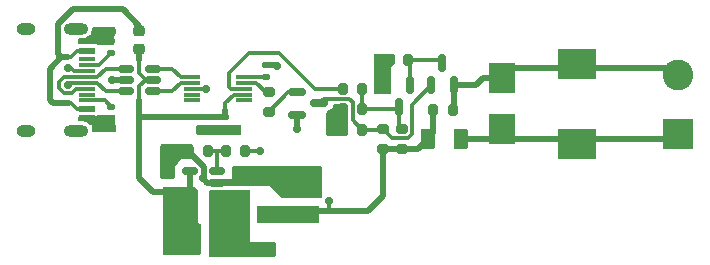
<source format=gbr>
%TF.GenerationSoftware,KiCad,Pcbnew,6.0.4-6f826c9f35~116~ubuntu21.10.1*%
%TF.CreationDate,2022-04-19T16:41:44+02:00*%
%TF.ProjectId,mbus,6d627573-2e6b-4696-9361-645f70636258,rev?*%
%TF.SameCoordinates,Original*%
%TF.FileFunction,Copper,L1,Top*%
%TF.FilePolarity,Positive*%
%FSLAX46Y46*%
G04 Gerber Fmt 4.6, Leading zero omitted, Abs format (unit mm)*
G04 Created by KiCad (PCBNEW 6.0.4-6f826c9f35~116~ubuntu21.10.1) date 2022-04-19 16:41:44*
%MOMM*%
%LPD*%
G01*
G04 APERTURE LIST*
G04 Aperture macros list*
%AMRoundRect*
0 Rectangle with rounded corners*
0 $1 Rounding radius*
0 $2 $3 $4 $5 $6 $7 $8 $9 X,Y pos of 4 corners*
0 Add a 4 corners polygon primitive as box body*
4,1,4,$2,$3,$4,$5,$6,$7,$8,$9,$2,$3,0*
0 Add four circle primitives for the rounded corners*
1,1,$1+$1,$2,$3*
1,1,$1+$1,$4,$5*
1,1,$1+$1,$6,$7*
1,1,$1+$1,$8,$9*
0 Add four rect primitives between the rounded corners*
20,1,$1+$1,$2,$3,$4,$5,0*
20,1,$1+$1,$4,$5,$6,$7,0*
20,1,$1+$1,$6,$7,$8,$9,0*
20,1,$1+$1,$8,$9,$2,$3,0*%
G04 Aperture macros list end*
%TA.AperFunction,SMDPad,CuDef*%
%ADD10R,1.450000X0.600000*%
%TD*%
%TA.AperFunction,SMDPad,CuDef*%
%ADD11R,1.450000X0.300000*%
%TD*%
%TA.AperFunction,ComponentPad*%
%ADD12O,2.100000X1.000000*%
%TD*%
%TA.AperFunction,ComponentPad*%
%ADD13O,1.600000X1.000000*%
%TD*%
%TA.AperFunction,SMDPad,CuDef*%
%ADD14RoundRect,0.150000X0.150000X-0.587500X0.150000X0.587500X-0.150000X0.587500X-0.150000X-0.587500X0*%
%TD*%
%TA.AperFunction,SMDPad,CuDef*%
%ADD15RoundRect,0.150000X0.512500X0.150000X-0.512500X0.150000X-0.512500X-0.150000X0.512500X-0.150000X0*%
%TD*%
%TA.AperFunction,SMDPad,CuDef*%
%ADD16RoundRect,0.140000X0.170000X-0.140000X0.170000X0.140000X-0.170000X0.140000X-0.170000X-0.140000X0*%
%TD*%
%TA.AperFunction,SMDPad,CuDef*%
%ADD17RoundRect,0.150000X-0.512500X-0.150000X0.512500X-0.150000X0.512500X0.150000X-0.512500X0.150000X0*%
%TD*%
%TA.AperFunction,SMDPad,CuDef*%
%ADD18RoundRect,0.200000X0.200000X0.275000X-0.200000X0.275000X-0.200000X-0.275000X0.200000X-0.275000X0*%
%TD*%
%TA.AperFunction,SMDPad,CuDef*%
%ADD19RoundRect,0.135000X0.185000X-0.135000X0.185000X0.135000X-0.185000X0.135000X-0.185000X-0.135000X0*%
%TD*%
%TA.AperFunction,SMDPad,CuDef*%
%ADD20R,1.900000X2.500000*%
%TD*%
%TA.AperFunction,SMDPad,CuDef*%
%ADD21RoundRect,0.250000X-0.375000X-0.625000X0.375000X-0.625000X0.375000X0.625000X-0.375000X0.625000X0*%
%TD*%
%TA.AperFunction,SMDPad,CuDef*%
%ADD22RoundRect,0.140000X-0.170000X0.140000X-0.170000X-0.140000X0.170000X-0.140000X0.170000X0.140000X0*%
%TD*%
%TA.AperFunction,SMDPad,CuDef*%
%ADD23RoundRect,0.218750X-0.256250X0.218750X-0.256250X-0.218750X0.256250X-0.218750X0.256250X0.218750X0*%
%TD*%
%TA.AperFunction,SMDPad,CuDef*%
%ADD24RoundRect,0.225000X0.250000X-0.225000X0.250000X0.225000X-0.250000X0.225000X-0.250000X-0.225000X0*%
%TD*%
%TA.AperFunction,SMDPad,CuDef*%
%ADD25R,1.100000X1.100000*%
%TD*%
%TA.AperFunction,SMDPad,CuDef*%
%ADD26RoundRect,0.200000X-0.275000X0.200000X-0.275000X-0.200000X0.275000X-0.200000X0.275000X0.200000X0*%
%TD*%
%TA.AperFunction,SMDPad,CuDef*%
%ADD27R,2.300000X2.500000*%
%TD*%
%TA.AperFunction,SMDPad,CuDef*%
%ADD28RoundRect,0.200000X-0.200000X-0.275000X0.200000X-0.275000X0.200000X0.275000X-0.200000X0.275000X0*%
%TD*%
%TA.AperFunction,ComponentPad*%
%ADD29R,2.600000X2.600000*%
%TD*%
%TA.AperFunction,ComponentPad*%
%ADD30C,2.600000*%
%TD*%
%TA.AperFunction,SMDPad,CuDef*%
%ADD31RoundRect,0.150000X-0.587500X-0.150000X0.587500X-0.150000X0.587500X0.150000X-0.587500X0.150000X0*%
%TD*%
%TA.AperFunction,SMDPad,CuDef*%
%ADD32RoundRect,0.200000X0.275000X-0.200000X0.275000X0.200000X-0.275000X0.200000X-0.275000X-0.200000X0*%
%TD*%
%TA.AperFunction,SMDPad,CuDef*%
%ADD33R,1.400000X0.300000*%
%TD*%
%TA.AperFunction,SMDPad,CuDef*%
%ADD34R,3.300000X2.500000*%
%TD*%
%TA.AperFunction,SMDPad,CuDef*%
%ADD35RoundRect,0.150000X-0.150000X0.587500X-0.150000X-0.587500X0.150000X-0.587500X0.150000X0.587500X0*%
%TD*%
%TA.AperFunction,SMDPad,CuDef*%
%ADD36RoundRect,0.135000X-0.185000X0.135000X-0.185000X-0.135000X0.185000X-0.135000X0.185000X0.135000X0*%
%TD*%
%TA.AperFunction,ViaPad*%
%ADD37C,0.700000*%
%TD*%
%TA.AperFunction,Conductor*%
%ADD38C,0.300000*%
%TD*%
%TA.AperFunction,Conductor*%
%ADD39C,0.500000*%
%TD*%
G04 APERTURE END LIST*
D10*
%TO.P,J1,A1,GND*%
%TO.N,GND*%
X50545000Y-73250000D03*
%TO.P,J1,A4,VBUS*%
%TO.N,/USB_FUSE*%
X50545000Y-74050000D03*
D11*
%TO.P,J1,A5,CC1*%
%TO.N,/USB_CC1*%
X50545000Y-75250000D03*
%TO.P,J1,A6,D+*%
%TO.N,/USB_CONN_D+*%
X50545000Y-76250000D03*
%TO.P,J1,A7,D-*%
%TO.N,/USB_CONN_D-*%
X50545000Y-76750000D03*
%TO.P,J1,A8,SBU1*%
%TO.N,unconnected-(J1-PadA8)*%
X50545000Y-77750000D03*
D10*
%TO.P,J1,A9,VBUS*%
%TO.N,/USB_FUSE*%
X50545000Y-78950000D03*
%TO.P,J1,A12,GND*%
%TO.N,GND*%
X50545000Y-79750000D03*
%TO.P,J1,B1,GND*%
X50545000Y-79750000D03*
%TO.P,J1,B4,VBUS*%
%TO.N,/USB_FUSE*%
X50545000Y-78950000D03*
D11*
%TO.P,J1,B5,CC2*%
%TO.N,/USB_CC2*%
X50545000Y-78250000D03*
%TO.P,J1,B6,D+*%
%TO.N,/USB_CONN_D+*%
X50545000Y-77250000D03*
%TO.P,J1,B7,D-*%
%TO.N,/USB_CONN_D-*%
X50545000Y-75750000D03*
%TO.P,J1,B8,SBU2*%
%TO.N,unconnected-(J1-PadB8)*%
X50545000Y-74750000D03*
D10*
%TO.P,J1,B9,VBUS*%
%TO.N,/USB_FUSE*%
X50545000Y-74050000D03*
%TO.P,J1,B12,GND*%
%TO.N,GND*%
X50545000Y-73250000D03*
D12*
%TO.P,J1,S1,SHIELD*%
%TO.N,unconnected-(J1-PadS1)*%
X49630000Y-72180000D03*
D13*
X45450000Y-72180000D03*
X45450000Y-80820000D03*
D12*
X49630000Y-80820000D03*
%TD*%
D14*
%TO.P,Q3,1,B*%
%TO.N,Net-(Q1-Pad3)*%
X79725000Y-76975000D03*
%TO.P,Q3,2,E*%
%TO.N,/-*%
X81625000Y-76975000D03*
%TO.P,Q3,3,C*%
%TO.N,Net-(Q2-Pad1)*%
X80675000Y-75100000D03*
%TD*%
D15*
%TO.P,U1,1,SW*%
%TO.N,/BOOST_OUT*%
X61562500Y-86150000D03*
%TO.P,U1,2,GND*%
%TO.N,GND*%
X61562500Y-85200000D03*
%TO.P,U1,3,FB*%
%TO.N,/BOOST_FB*%
X61562500Y-84250000D03*
%TO.P,U1,4,~{SHDN}*%
%TO.N,VBUS*%
X59287500Y-84250000D03*
%TO.P,U1,5,IN*%
X59287500Y-86150000D03*
%TD*%
D16*
%TO.P,C6,1*%
%TO.N,/CH340_V3*%
X65700000Y-76230000D03*
%TO.P,C6,2*%
%TO.N,GND*%
X65700000Y-75270000D03*
%TD*%
D17*
%TO.P,U2,1,I/O1*%
%TO.N,/USB_CONN_D+*%
X53862500Y-75550000D03*
%TO.P,U2,2,GND*%
%TO.N,GND*%
X53862500Y-76500000D03*
%TO.P,U2,3,I/O2*%
%TO.N,/USB_CONN_D-*%
X53862500Y-77450000D03*
%TO.P,U2,4,I/O2*%
%TO.N,/USB_D-*%
X56137500Y-77450000D03*
%TO.P,U2,5,VBUS*%
%TO.N,VBUS*%
X56137500Y-76500000D03*
%TO.P,U2,6,I/O1*%
%TO.N,/USB_D+*%
X56137500Y-75550000D03*
%TD*%
D18*
%TO.P,R12,1*%
%TO.N,Net-(Q2-Pad1)*%
X77800000Y-74850000D03*
%TO.P,R12,2*%
%TO.N,GND*%
X76150000Y-74850000D03*
%TD*%
%TO.P,R8,1*%
%TO.N,Net-(Q1-Pad3)*%
X73900000Y-80750000D03*
%TO.P,R8,2*%
%TO.N,GND*%
X72250000Y-80750000D03*
%TD*%
D19*
%TO.P,R1,1*%
%TO.N,GND*%
X52600000Y-79785000D03*
%TO.P,R1,2*%
%TO.N,/USB_CC2*%
X52600000Y-78765000D03*
%TD*%
D20*
%TO.P,L1,1,1*%
%TO.N,VBUS*%
X59325000Y-90025000D03*
%TO.P,L1,2,2*%
%TO.N,/BOOST_OUT*%
X63425000Y-90025000D03*
%TD*%
D18*
%TO.P,R10,1*%
%TO.N,Net-(Q2-Pad3)*%
X73900000Y-79000000D03*
%TO.P,R10,2*%
%TO.N,GND*%
X72250000Y-79000000D03*
%TD*%
D21*
%TO.P,F2,1*%
%TO.N,+34V*%
X79425000Y-81500000D03*
%TO.P,F2,2*%
%TO.N,/+*%
X82225000Y-81500000D03*
%TD*%
D22*
%TO.P,C4,1*%
%TO.N,VBUS*%
X61150000Y-79670000D03*
%TO.P,C4,2*%
%TO.N,GND*%
X61150000Y-80630000D03*
%TD*%
D23*
%TO.P,F1,1*%
%TO.N,/USB_FUSE*%
X54975000Y-72362500D03*
%TO.P,F1,2*%
%TO.N,VBUS*%
X54975000Y-73937500D03*
%TD*%
D24*
%TO.P,C2,1*%
%TO.N,+34V*%
X68075000Y-87650000D03*
%TO.P,C2,2*%
%TO.N,GND*%
X68075000Y-86100000D03*
%TD*%
D25*
%TO.P,D1,1,K*%
%TO.N,+34V*%
X66000000Y-87950000D03*
%TO.P,D1,2,A*%
%TO.N,/BOOST_OUT*%
X66000000Y-90750000D03*
%TD*%
D26*
%TO.P,R6,1*%
%TO.N,/UART_RX*%
X65950000Y-77575000D03*
%TO.P,R6,2*%
%TO.N,Net-(Q1-Pad1)*%
X65950000Y-79225000D03*
%TD*%
D27*
%TO.P,D2,1,A1*%
%TO.N,/-*%
X85750000Y-76375000D03*
%TO.P,D2,2,A2*%
%TO.N,/+*%
X85750000Y-80675000D03*
%TD*%
D18*
%TO.P,R4,1*%
%TO.N,/BOOST_FB*%
X60800000Y-82550000D03*
%TO.P,R4,2*%
%TO.N,GND*%
X59150000Y-82550000D03*
%TD*%
D24*
%TO.P,C3,1*%
%TO.N,+34V*%
X69750000Y-87650000D03*
%TO.P,C3,2*%
%TO.N,GND*%
X69750000Y-86100000D03*
%TD*%
D28*
%TO.P,R11,1*%
%TO.N,+34V*%
X79900000Y-79050000D03*
%TO.P,R11,2*%
%TO.N,/-*%
X81550000Y-79050000D03*
%TD*%
D29*
%TO.P,J2,1,Pin_1*%
%TO.N,/+*%
X100650000Y-81075000D03*
D30*
%TO.P,J2,2,Pin_2*%
%TO.N,/-*%
X100650000Y-76075000D03*
%TD*%
D31*
%TO.P,Q1,1,B*%
%TO.N,Net-(Q1-Pad1)*%
X68387500Y-77550000D03*
%TO.P,Q1,2,E*%
%TO.N,GND*%
X68387500Y-79450000D03*
%TO.P,Q1,3,C*%
%TO.N,Net-(Q1-Pad3)*%
X70262500Y-78500000D03*
%TD*%
D32*
%TO.P,R7,1*%
%TO.N,+34V*%
X75675000Y-82325000D03*
%TO.P,R7,2*%
%TO.N,Net-(Q1-Pad3)*%
X75675000Y-80675000D03*
%TD*%
D22*
%TO.P,C5,1*%
%TO.N,VBUS*%
X62300000Y-79670000D03*
%TO.P,C5,2*%
%TO.N,GND*%
X62300000Y-80630000D03*
%TD*%
D33*
%TO.P,U3,1,UD+*%
%TO.N,/USB_D+*%
X59450000Y-76250000D03*
%TO.P,U3,2,UD-*%
%TO.N,/USB_D-*%
X59450000Y-76750000D03*
%TO.P,U3,3,GND*%
%TO.N,GND*%
X59450000Y-77250000D03*
%TO.P,U3,4,~{RTS}*%
%TO.N,unconnected-(U3-Pad4)*%
X59450000Y-77750000D03*
%TO.P,U3,5,~{CTS}*%
%TO.N,unconnected-(U3-Pad5)*%
X59450000Y-78250000D03*
%TO.P,U3,6,TNOW*%
%TO.N,unconnected-(U3-Pad6)*%
X63850000Y-78250000D03*
%TO.P,U3,7,VCC*%
%TO.N,VBUS*%
X63850000Y-77750000D03*
%TO.P,U3,8,TXD*%
%TO.N,/UART_TX*%
X63850000Y-77250000D03*
%TO.P,U3,9,RXD*%
%TO.N,/UART_RX*%
X63850000Y-76750000D03*
%TO.P,U3,10,V3*%
%TO.N,/CH340_V3*%
X63850000Y-76250000D03*
%TD*%
D34*
%TO.P,D3,1,K*%
%TO.N,/+*%
X92100000Y-81950000D03*
%TO.P,D3,2,A*%
%TO.N,/-*%
X92100000Y-75150000D03*
%TD*%
D18*
%TO.P,R3,1*%
%TO.N,+34V*%
X64000000Y-82550000D03*
%TO.P,R3,2*%
%TO.N,/BOOST_FB*%
X62350000Y-82550000D03*
%TD*%
D32*
%TO.P,R9,1*%
%TO.N,+34V*%
X77275000Y-82325000D03*
%TO.P,R9,2*%
%TO.N,Net-(Q2-Pad3)*%
X77275000Y-80675000D03*
%TD*%
D28*
%TO.P,R5,1*%
%TO.N,/UART_TX*%
X72250000Y-77250000D03*
%TO.P,R5,2*%
%TO.N,Net-(Q2-Pad3)*%
X73900000Y-77250000D03*
%TD*%
D35*
%TO.P,Q2,1,B*%
%TO.N,Net-(Q2-Pad1)*%
X77925000Y-76937500D03*
%TO.P,Q2,2,E*%
%TO.N,GND*%
X76025000Y-76937500D03*
%TO.P,Q2,3,C*%
%TO.N,Net-(Q2-Pad3)*%
X76975000Y-78812500D03*
%TD*%
D36*
%TO.P,R2,1*%
%TO.N,GND*%
X52575000Y-73240000D03*
%TO.P,R2,2*%
%TO.N,/USB_CC1*%
X52575000Y-74260000D03*
%TD*%
D24*
%TO.P,C1,1*%
%TO.N,VBUS*%
X57475000Y-85975000D03*
%TO.P,C1,2*%
%TO.N,GND*%
X57475000Y-84425000D03*
%TD*%
D37*
%TO.N,GND*%
X69250000Y-84900000D03*
X68400000Y-84900000D03*
X67600000Y-84900000D03*
X70050000Y-84900000D03*
X60400000Y-84850000D03*
X57450000Y-83250000D03*
X58050000Y-82550000D03*
%TO.N,+34V*%
X71100000Y-86750000D03*
X65200000Y-82550000D03*
%TO.N,GND*%
X66700000Y-75300000D03*
X75200000Y-76750000D03*
X75200000Y-74850000D03*
X60250000Y-80700000D03*
X63200000Y-80700000D03*
X60700000Y-77250000D03*
X52600000Y-80600000D03*
X51600000Y-80600000D03*
X52550000Y-72400000D03*
X51550000Y-72400000D03*
X71225000Y-79475000D03*
X71225000Y-80750000D03*
X68400000Y-80650000D03*
X52700000Y-76500000D03*
%TO.N,/USB_CONN_D-*%
X48950000Y-75500000D03*
X48949992Y-76949992D03*
%TD*%
D38*
%TO.N,/USB_CONN_D-*%
X48949992Y-76949992D02*
X49149984Y-76750000D01*
X49149984Y-76750000D02*
X50545000Y-76750000D01*
%TO.N,/USB_CONN_D+*%
X50545000Y-76250000D02*
X48660741Y-76250000D01*
X48660741Y-76250000D02*
X48250481Y-76660260D01*
X48250481Y-76660260D02*
X48250481Y-77239740D01*
X48250481Y-77239740D02*
X48660244Y-77649503D01*
X48660244Y-77649503D02*
X49270986Y-77649503D01*
X49270986Y-77649503D02*
X49670489Y-77250000D01*
X49670489Y-77250000D02*
X50545000Y-77250000D01*
D39*
%TO.N,GND*%
X68387500Y-79450000D02*
X68387500Y-80637500D01*
X68387500Y-80637500D02*
X68400000Y-80650000D01*
X60750000Y-85200000D02*
X61562500Y-85200000D01*
X60450480Y-83850480D02*
X59150000Y-82550000D01*
X60400000Y-84850000D02*
X60750000Y-85200000D01*
X60400000Y-84850000D02*
X60450480Y-84799520D01*
X60450480Y-84799520D02*
X60450480Y-83850480D01*
%TO.N,+34V*%
X71100000Y-87650000D02*
X74375000Y-87650000D01*
X69750000Y-87650000D02*
X71100000Y-87650000D01*
D38*
X71100000Y-86750000D02*
X71100000Y-87650000D01*
X64000000Y-82550000D02*
X65200000Y-82550000D01*
%TO.N,/BOOST_FB*%
X60800000Y-82550000D02*
X61600000Y-82550000D01*
X61600000Y-82550000D02*
X62350000Y-82550000D01*
X61562500Y-84250000D02*
X61562500Y-82587500D01*
X61562500Y-82587500D02*
X61600000Y-82550000D01*
D39*
%TO.N,GND*%
X66670000Y-75270000D02*
X66700000Y-75300000D01*
X65700000Y-75270000D02*
X66670000Y-75270000D01*
D38*
X59450000Y-77250000D02*
X60700000Y-77250000D01*
%TO.N,Net-(Q1-Pad3)*%
X70262500Y-78500000D02*
X70662500Y-78100000D01*
X70662500Y-78100000D02*
X72800000Y-78100000D01*
X73100000Y-79950000D02*
X73900000Y-80750000D01*
X72800000Y-78100000D02*
X73100000Y-78400000D01*
X73100000Y-78400000D02*
X73100000Y-79950000D01*
D39*
%TO.N,+34V*%
X74375000Y-87650000D02*
X75675000Y-86350000D01*
X75675000Y-86350000D02*
X75675000Y-82325000D01*
%TO.N,GND*%
X53862500Y-76500000D02*
X52900000Y-76500000D01*
X52900000Y-76500000D02*
X52700000Y-76500000D01*
D38*
%TO.N,/CH340_V3*%
X63850000Y-76250000D02*
X65680000Y-76250000D01*
X65680000Y-76250000D02*
X65700000Y-76230000D01*
D39*
%TO.N,+34V*%
X79900000Y-81025000D02*
X79425000Y-81500000D01*
X77275000Y-82325000D02*
X78600000Y-82325000D01*
X78600000Y-82325000D02*
X79425000Y-81500000D01*
X79900000Y-79050000D02*
X79900000Y-81025000D01*
X77275000Y-82325000D02*
X75675000Y-82325000D01*
D38*
%TO.N,/USB_D+*%
X57800000Y-75550000D02*
X58500000Y-76250000D01*
X58500000Y-76250000D02*
X59450000Y-76250000D01*
X56137500Y-75550000D02*
X57800000Y-75550000D01*
%TO.N,/USB_D-*%
X56137500Y-77450000D02*
X57800000Y-77450000D01*
X58500000Y-76750000D02*
X59450000Y-76750000D01*
X57800000Y-77450000D02*
X58500000Y-76750000D01*
D39*
%TO.N,/-*%
X100050000Y-75475000D02*
X100650000Y-76075000D01*
X84125000Y-76375000D02*
X83525000Y-76975000D01*
X92100000Y-75150000D02*
X92425000Y-75475000D01*
X85750000Y-76375000D02*
X86650000Y-75475000D01*
X91775000Y-75475000D02*
X92100000Y-75150000D01*
X85750000Y-76375000D02*
X84125000Y-76375000D01*
X81625000Y-78975000D02*
X81550000Y-79050000D01*
X92425000Y-75475000D02*
X100050000Y-75475000D01*
X81625000Y-76975000D02*
X81625000Y-78975000D01*
X83525000Y-76975000D02*
X81625000Y-76975000D01*
X86650000Y-75475000D02*
X91775000Y-75475000D01*
%TO.N,/+*%
X85750000Y-80675000D02*
X86575000Y-81500000D01*
X84925000Y-81500000D02*
X85750000Y-80675000D01*
X82225000Y-81500000D02*
X84925000Y-81500000D01*
X92550000Y-81500000D02*
X100225000Y-81500000D01*
X91650000Y-81500000D02*
X92100000Y-81950000D01*
X92100000Y-81950000D02*
X92550000Y-81500000D01*
X100225000Y-81500000D02*
X100650000Y-81075000D01*
X86575000Y-81500000D02*
X91650000Y-81500000D01*
D38*
%TO.N,VBUS*%
X55025000Y-77050000D02*
X55025000Y-78225000D01*
D39*
X61150000Y-79670000D02*
X62300000Y-79670000D01*
D38*
X56137500Y-76500000D02*
X55575000Y-76500000D01*
X55550000Y-76500000D02*
X56137500Y-76500000D01*
D39*
X54975000Y-73937500D02*
X54975000Y-74850000D01*
D38*
X54975000Y-75925000D02*
X55550000Y-76500000D01*
X62300000Y-79050000D02*
X62300000Y-78450000D01*
D39*
X57475000Y-85975000D02*
X56200000Y-85975000D01*
X56200000Y-85975000D02*
X55025000Y-84800000D01*
X55130000Y-79670000D02*
X55025000Y-79775000D01*
D38*
X63000000Y-77750000D02*
X63850000Y-77750000D01*
X54975000Y-74850000D02*
X54975000Y-75925000D01*
D39*
X59112500Y-85975000D02*
X59287500Y-86150000D01*
X62300000Y-79670000D02*
X62300000Y-79050000D01*
X55025000Y-84800000D02*
X55025000Y-79775000D01*
D38*
X55575000Y-76500000D02*
X55025000Y-77050000D01*
X62300000Y-78450000D02*
X63000000Y-77750000D01*
D39*
X59287500Y-86150000D02*
X59287500Y-84250000D01*
X57475000Y-85975000D02*
X59112500Y-85975000D01*
X55025000Y-79775000D02*
X55025000Y-78225000D01*
X61150000Y-79670000D02*
X55130000Y-79670000D01*
D38*
%TO.N,/USB_FUSE*%
X49755339Y-78950000D02*
X49255339Y-78450000D01*
D39*
X54975000Y-71925000D02*
X54975000Y-72362500D01*
D38*
X50545000Y-74050000D02*
X49755339Y-74050000D01*
D39*
X48400000Y-74600000D02*
X47450000Y-75550000D01*
X53600000Y-70550000D02*
X54975000Y-71925000D01*
X49367176Y-70550000D02*
X53600000Y-70550000D01*
D38*
X50545000Y-78950000D02*
X49755339Y-78950000D01*
X49255339Y-78450000D02*
X49050000Y-78450000D01*
D39*
X47450000Y-75550000D02*
X47450000Y-78200000D01*
D38*
X49205339Y-74600000D02*
X49000000Y-74600000D01*
D39*
X47450000Y-78200000D02*
X47700000Y-78450000D01*
X47700000Y-78450000D02*
X49050000Y-78450000D01*
D38*
X49755339Y-74050000D02*
X49205339Y-74600000D01*
D39*
X48130480Y-71786696D02*
X49367176Y-70550000D01*
X48400000Y-74600000D02*
X48130480Y-74330480D01*
X48130480Y-74330480D02*
X48130480Y-71786696D01*
X49000000Y-74600000D02*
X48400000Y-74600000D01*
D38*
%TO.N,Net-(Q1-Pad1)*%
X65950000Y-79225000D02*
X67625000Y-77550000D01*
X67625000Y-77550000D02*
X68387500Y-77550000D01*
%TO.N,Net-(Q1-Pad3)*%
X75600000Y-80750000D02*
X75675000Y-80675000D01*
X79725000Y-76975000D02*
X78099520Y-78600480D01*
X78099520Y-81102618D02*
X77777618Y-81424520D01*
X76424520Y-81424520D02*
X75675000Y-80675000D01*
X78099520Y-78600480D02*
X78099520Y-81102618D01*
X73900000Y-80750000D02*
X75600000Y-80750000D01*
X77777618Y-81424520D02*
X76424520Y-81424520D01*
%TO.N,Net-(Q2-Pad1)*%
X77925000Y-74975000D02*
X77800000Y-74850000D01*
X77800000Y-74850000D02*
X80425000Y-74850000D01*
X77925000Y-76937500D02*
X77925000Y-74975000D01*
X80425000Y-74850000D02*
X80675000Y-75100000D01*
%TO.N,Net-(Q2-Pad3)*%
X76975000Y-80375000D02*
X77275000Y-80675000D01*
X76975000Y-78812500D02*
X76975000Y-80375000D01*
X73900000Y-77250000D02*
X73900000Y-79000000D01*
X73900000Y-79000000D02*
X76787500Y-79000000D01*
X76787500Y-79000000D02*
X76975000Y-78812500D01*
%TO.N,/USB_CONN_D+*%
X51450489Y-76249511D02*
X50545489Y-76249511D01*
X52150000Y-75550000D02*
X51450489Y-76249511D01*
X53862500Y-75550000D02*
X52150000Y-75550000D01*
%TO.N,/USB_CONN_D-*%
X49449511Y-75749511D02*
X50450000Y-75749511D01*
X53862500Y-77450000D02*
X52150000Y-77450000D01*
X49200000Y-75500000D02*
X49449511Y-75749511D01*
X51450000Y-76750000D02*
X50545000Y-76750000D01*
X52150000Y-77450000D02*
X51450000Y-76750000D01*
X48950000Y-75500000D02*
X49200000Y-75500000D01*
%TO.N,/USB_CC2*%
X50545000Y-78250000D02*
X52085000Y-78250000D01*
X52085000Y-78250000D02*
X52600000Y-78765000D01*
%TO.N,/UART_TX*%
X62625000Y-77074022D02*
X62800978Y-77250000D01*
X62625000Y-75925978D02*
X62625000Y-77074022D01*
X72250000Y-77250000D02*
X69900000Y-77250000D01*
X62800978Y-77250000D02*
X63850000Y-77250000D01*
X66875000Y-74225000D02*
X64325978Y-74225000D01*
X64325978Y-74225000D02*
X62625000Y-75925978D01*
X69900000Y-77250000D02*
X66875000Y-74225000D01*
%TO.N,/UART_RX*%
X64900000Y-76750000D02*
X65725000Y-77575000D01*
X63850000Y-76750000D02*
X64900000Y-76750000D01*
X65725000Y-77575000D02*
X65950000Y-77575000D01*
%TO.N,/USB_CC1*%
X50545000Y-75250000D02*
X51585000Y-75250000D01*
X51585000Y-75250000D02*
X52575000Y-74260000D01*
%TD*%
%TA.AperFunction,Conductor*%
%TO.N,GND*%
G36*
X72591621Y-78570502D02*
G01*
X72638114Y-78624158D01*
X72649500Y-78676500D01*
X72649500Y-79915780D01*
X72648627Y-79930589D01*
X72644636Y-79964310D01*
X72646328Y-79973574D01*
X72647950Y-79982455D01*
X72650000Y-80005093D01*
X72650000Y-81099023D01*
X72629998Y-81167144D01*
X72576342Y-81213637D01*
X72524023Y-81225023D01*
X71782667Y-81225159D01*
X70976021Y-81225307D01*
X70907897Y-81205317D01*
X70861394Y-81151670D01*
X70849998Y-81099307D01*
X70850000Y-79279408D01*
X70870002Y-79211287D01*
X70921637Y-79165739D01*
X71408656Y-78932817D01*
X71408657Y-78932816D01*
X71425000Y-78925000D01*
X71425000Y-78676500D01*
X71445002Y-78608379D01*
X71498658Y-78561886D01*
X71551000Y-78550500D01*
X72523500Y-78550500D01*
X72591621Y-78570502D01*
G37*
%TD.AperFunction*%
%TD*%
%TA.AperFunction,Conductor*%
%TO.N,GND*%
G36*
X52942121Y-72070002D02*
G01*
X52988614Y-72123658D01*
X53000000Y-72176000D01*
X53000000Y-72484489D01*
X52996238Y-72515048D01*
X52900000Y-72900000D01*
X52900000Y-73424000D01*
X52879998Y-73492121D01*
X52826342Y-73538614D01*
X52774000Y-73550000D01*
X51547172Y-73550000D01*
X51479051Y-73529998D01*
X51458155Y-73513173D01*
X51450949Y-73505979D01*
X51450944Y-73505975D01*
X51442713Y-73497759D01*
X51432076Y-73493056D01*
X51432074Y-73493055D01*
X51348992Y-73456325D01*
X51348993Y-73456325D01*
X51340327Y-73452494D01*
X51314646Y-73449500D01*
X49926000Y-73449500D01*
X49857879Y-73429498D01*
X49811386Y-73375842D01*
X49800000Y-73323500D01*
X49800000Y-73106500D01*
X49820002Y-73038379D01*
X49873658Y-72991886D01*
X49926000Y-72980500D01*
X50225155Y-72980500D01*
X50358472Y-72965546D01*
X50365847Y-72962978D01*
X50433451Y-72939436D01*
X50528073Y-72906485D01*
X50535965Y-72901554D01*
X50674401Y-72815049D01*
X50680375Y-72811316D01*
X50755620Y-72736594D01*
X50818050Y-72702787D01*
X50844404Y-72700000D01*
X50950000Y-72700000D01*
X50950000Y-72425820D01*
X50957301Y-72383553D01*
X50961919Y-72370585D01*
X50961919Y-72370583D01*
X50964281Y-72363951D01*
X50965114Y-72356965D01*
X50965115Y-72356961D01*
X50984711Y-72192617D01*
X50985545Y-72185624D01*
X50984809Y-72178618D01*
X50984833Y-72175122D01*
X51005309Y-72107142D01*
X51059288Y-72061024D01*
X51110830Y-72050000D01*
X52874000Y-72050000D01*
X52942121Y-72070002D01*
G37*
%TD.AperFunction*%
%TD*%
%TA.AperFunction,Conductor*%
%TO.N,GND*%
G36*
X52892121Y-79470002D02*
G01*
X52938614Y-79523658D01*
X52950000Y-79576000D01*
X52950000Y-80100000D01*
X53046238Y-80484952D01*
X53050000Y-80515511D01*
X53050000Y-80824000D01*
X53029998Y-80892121D01*
X52976342Y-80938614D01*
X52924000Y-80950000D01*
X51126000Y-80950000D01*
X51057879Y-80929998D01*
X51011386Y-80876342D01*
X51000000Y-80824000D01*
X51000000Y-80300000D01*
X50844213Y-80300000D01*
X50776092Y-80279998D01*
X50754189Y-80262157D01*
X50751490Y-80259401D01*
X50689141Y-80195732D01*
X50538183Y-80098446D01*
X50531563Y-80096037D01*
X50531560Y-80096035D01*
X50376039Y-80039430D01*
X50376036Y-80039429D01*
X50369422Y-80037022D01*
X50312692Y-80029856D01*
X50234645Y-80019996D01*
X50234642Y-80019996D01*
X50230717Y-80019500D01*
X49976000Y-80019500D01*
X49907879Y-79999498D01*
X49861386Y-79945842D01*
X49850000Y-79893500D01*
X49850000Y-79676500D01*
X49870002Y-79608379D01*
X49923658Y-79561886D01*
X49976000Y-79550500D01*
X51314646Y-79550500D01*
X51318350Y-79550059D01*
X51318353Y-79550059D01*
X51325746Y-79549179D01*
X51340846Y-79547382D01*
X51394257Y-79523658D01*
X51432518Y-79506663D01*
X51443153Y-79501939D01*
X51458084Y-79486982D01*
X51520367Y-79452903D01*
X51547257Y-79450000D01*
X52824000Y-79450000D01*
X52892121Y-79470002D01*
G37*
%TD.AperFunction*%
%TD*%
%TA.AperFunction,Conductor*%
%TO.N,GND*%
G36*
X63592121Y-80370002D02*
G01*
X63638614Y-80423658D01*
X63650000Y-80476000D01*
X63650000Y-81024000D01*
X63629998Y-81092121D01*
X63576342Y-81138614D01*
X63524000Y-81150000D01*
X59926000Y-81150000D01*
X59857879Y-81129998D01*
X59811386Y-81076342D01*
X59800000Y-81024000D01*
X59800000Y-80476000D01*
X59820002Y-80407879D01*
X59873658Y-80361386D01*
X59926000Y-80350000D01*
X63524000Y-80350000D01*
X63592121Y-80370002D01*
G37*
%TD.AperFunction*%
%TD*%
%TA.AperFunction,Conductor*%
%TO.N,GND*%
G36*
X76592121Y-74320002D02*
G01*
X76638614Y-74373658D01*
X76650000Y-74426000D01*
X76650000Y-75047810D01*
X76629998Y-75115931D01*
X76613095Y-75136905D01*
X76350000Y-75400000D01*
X76350000Y-77574000D01*
X76329998Y-77642121D01*
X76276342Y-77688614D01*
X76224000Y-77700000D01*
X74976000Y-77700000D01*
X74907879Y-77679998D01*
X74861386Y-77626342D01*
X74850000Y-77574000D01*
X74850000Y-74426000D01*
X74870002Y-74357879D01*
X74923658Y-74311386D01*
X74976000Y-74300000D01*
X76524000Y-74300000D01*
X76592121Y-74320002D01*
G37*
%TD.AperFunction*%
%TD*%
%TA.AperFunction,Conductor*%
%TO.N,GND*%
G36*
X59465931Y-81970002D02*
G01*
X59486905Y-81986905D01*
X59563095Y-82063095D01*
X59597121Y-82125407D01*
X59600000Y-82152190D01*
X59600000Y-82947810D01*
X59579998Y-83015931D01*
X59563095Y-83036905D01*
X59436905Y-83163095D01*
X59374593Y-83197121D01*
X59347810Y-83200000D01*
X58550000Y-83200000D01*
X58000000Y-83850000D01*
X58000000Y-84774000D01*
X57979998Y-84842121D01*
X57926342Y-84888614D01*
X57874000Y-84900000D01*
X56926000Y-84900000D01*
X56857879Y-84879998D01*
X56811386Y-84826342D01*
X56800000Y-84774000D01*
X56800000Y-82076000D01*
X56820002Y-82007879D01*
X56873658Y-81961386D01*
X56926000Y-81950000D01*
X59397810Y-81950000D01*
X59465931Y-81970002D01*
G37*
%TD.AperFunction*%
%TD*%
%TA.AperFunction,Conductor*%
%TO.N,GND*%
G36*
X70392121Y-83820002D02*
G01*
X70438614Y-83873658D01*
X70450000Y-83926000D01*
X70450000Y-86424000D01*
X70429998Y-86492121D01*
X70376342Y-86538614D01*
X70324000Y-86550000D01*
X67105918Y-86550000D01*
X67037797Y-86529998D01*
X67012484Y-86508535D01*
X66112155Y-85513435D01*
X66100000Y-85500000D01*
X61076000Y-85500000D01*
X61007879Y-85479998D01*
X60961386Y-85426342D01*
X60950000Y-85374000D01*
X60950000Y-85026000D01*
X60970002Y-84957879D01*
X61023658Y-84911386D01*
X61076000Y-84900000D01*
X62850000Y-84900000D01*
X62850000Y-83926000D01*
X62870002Y-83857879D01*
X62923658Y-83811386D01*
X62976000Y-83800000D01*
X70324000Y-83800000D01*
X70392121Y-83820002D01*
G37*
%TD.AperFunction*%
%TD*%
%TA.AperFunction,Conductor*%
%TO.N,+34V*%
G36*
X70192121Y-87170002D02*
G01*
X70238614Y-87223658D01*
X70250000Y-87276000D01*
X70250000Y-88524000D01*
X70229998Y-88592121D01*
X70176342Y-88638614D01*
X70124000Y-88650000D01*
X65076000Y-88650000D01*
X65007879Y-88629998D01*
X64961386Y-88576342D01*
X64950000Y-88524000D01*
X64950000Y-87276000D01*
X64970002Y-87207879D01*
X65023658Y-87161386D01*
X65076000Y-87150000D01*
X70124000Y-87150000D01*
X70192121Y-87170002D01*
G37*
%TD.AperFunction*%
%TD*%
%TA.AperFunction,Conductor*%
%TO.N,/BOOST_OUT*%
G36*
X64342121Y-85870002D02*
G01*
X64388614Y-85923658D01*
X64400000Y-85976000D01*
X64400000Y-90200000D01*
X66424000Y-90200000D01*
X66492121Y-90220002D01*
X66538614Y-90273658D01*
X66550000Y-90326000D01*
X66550000Y-91374000D01*
X66529998Y-91442121D01*
X66476342Y-91488614D01*
X66424000Y-91500000D01*
X61026000Y-91500000D01*
X60957879Y-91479998D01*
X60911386Y-91426342D01*
X60900000Y-91374000D01*
X60900000Y-85976000D01*
X60920002Y-85907879D01*
X60973658Y-85861386D01*
X61026000Y-85850000D01*
X64274000Y-85850000D01*
X64342121Y-85870002D01*
G37*
%TD.AperFunction*%
%TD*%
%TA.AperFunction,Conductor*%
%TO.N,VBUS*%
G36*
X59672503Y-85570002D02*
G01*
X59685045Y-85579204D01*
X59904663Y-85762219D01*
X59944190Y-85821195D01*
X59950000Y-85859015D01*
X59950000Y-88550000D01*
X59957391Y-88556159D01*
X60204663Y-88762219D01*
X60244190Y-88821195D01*
X60250000Y-88859015D01*
X60250000Y-91174000D01*
X60229998Y-91242121D01*
X60176342Y-91288614D01*
X60124000Y-91300000D01*
X57126000Y-91300000D01*
X57057879Y-91279998D01*
X57011386Y-91226342D01*
X57000000Y-91174000D01*
X57000000Y-85676000D01*
X57020002Y-85607879D01*
X57073658Y-85561386D01*
X57126000Y-85550000D01*
X59604382Y-85550000D01*
X59672503Y-85570002D01*
G37*
%TD.AperFunction*%
%TD*%
M02*

</source>
